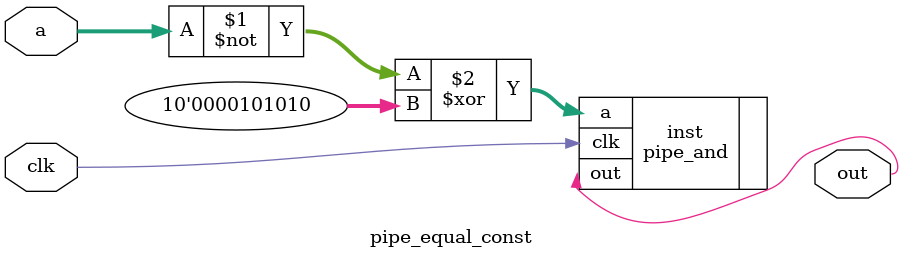
<source format=sv>
`include "../../logic/pipe_and/pipe_and.sv"
module pipe_equal_const #(
    parameter WIDTH = 10,
    parameter [WIDTH-1:0] CONST = 42
)(
    input clk,
    input [WIDTH-1:0] a,
    output out
);
pipe_and #(WIDTH) inst(.clk(clk), .a(~a ^ CONST), .out(out));
endmodule

</source>
